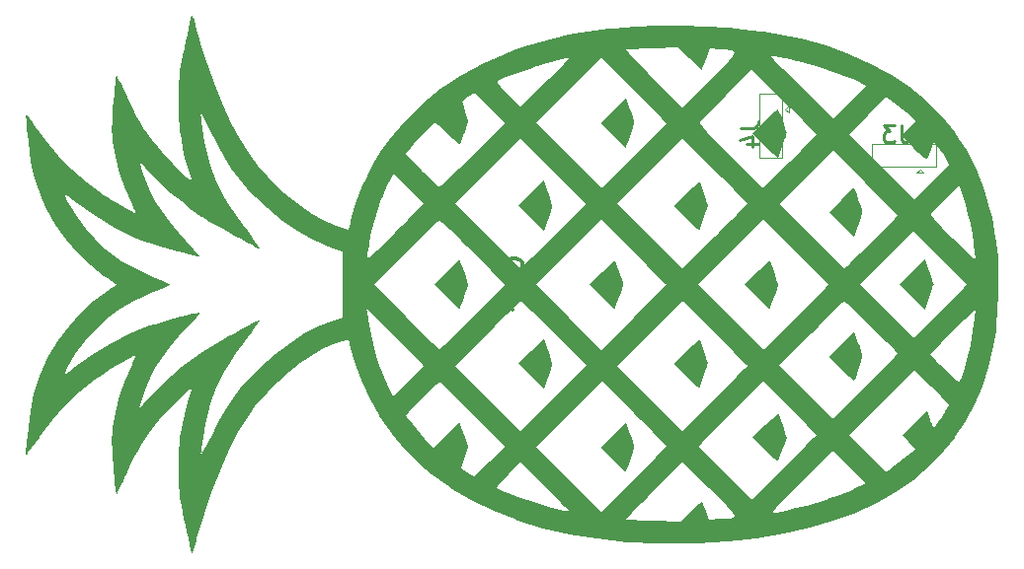
<source format=gbo>
G04 #@! TF.GenerationSoftware,KiCad,Pcbnew,6.0.10-86aedd382b~118~ubuntu22.04.1*
G04 #@! TF.CreationDate,2023-01-30T15:30:24-08:00*
G04 #@! TF.ProjectId,led-panel-single,6c65642d-7061-46e6-956c-2d73696e676c,rev?*
G04 #@! TF.SameCoordinates,Original*
G04 #@! TF.FileFunction,Legend,Bot*
G04 #@! TF.FilePolarity,Positive*
%FSLAX46Y46*%
G04 Gerber Fmt 4.6, Leading zero omitted, Abs format (unit mm)*
G04 Created by KiCad (PCBNEW 6.0.10-86aedd382b~118~ubuntu22.04.1) date 2023-01-30 15:30:24*
%MOMM*%
%LPD*%
G01*
G04 APERTURE LIST*
%ADD10C,0.300000*%
%ADD11C,0.250000*%
%ADD12C,0.120000*%
G04 APERTURE END LIST*
D10*
G04 #@! TO.C,G\u002A\u002A\u002A*
X99238000Y-98657428D02*
X99165428Y-98512285D01*
X99165428Y-98294571D01*
X99238000Y-98076857D01*
X99383142Y-97931714D01*
X99528285Y-97859142D01*
X99818571Y-97786571D01*
X100036285Y-97786571D01*
X100326571Y-97859142D01*
X100471714Y-97931714D01*
X100616857Y-98076857D01*
X100689428Y-98294571D01*
X100689428Y-98439714D01*
X100616857Y-98657428D01*
X100544285Y-98730000D01*
X100036285Y-98730000D01*
X100036285Y-98439714D01*
X99165428Y-99600857D02*
X99528285Y-99600857D01*
X99383142Y-99238000D02*
X99528285Y-99600857D01*
X99383142Y-99963714D01*
X99818571Y-99383142D02*
X99528285Y-99600857D01*
X99818571Y-99818571D01*
X99165428Y-100762000D02*
X99528285Y-100762000D01*
X99383142Y-100399142D02*
X99528285Y-100762000D01*
X99383142Y-101124857D01*
X99818571Y-100544285D02*
X99528285Y-100762000D01*
X99818571Y-100979714D01*
X99165428Y-101923142D02*
X99528285Y-101923142D01*
X99383142Y-101560285D02*
X99528285Y-101923142D01*
X99383142Y-102286000D01*
X99818571Y-101705428D02*
X99528285Y-101923142D01*
X99818571Y-102140857D01*
D11*
G04 #@! TO.C,J3*
X133125000Y-86303571D02*
X133125000Y-87375000D01*
X133196428Y-87589285D01*
X133339285Y-87732142D01*
X133553571Y-87803571D01*
X133696428Y-87803571D01*
X132553571Y-86303571D02*
X131625000Y-86303571D01*
X132125000Y-86875000D01*
X131910714Y-86875000D01*
X131767857Y-86946428D01*
X131696428Y-87017857D01*
X131625000Y-87160714D01*
X131625000Y-87517857D01*
X131696428Y-87660714D01*
X131767857Y-87732142D01*
X131910714Y-87803571D01*
X132339285Y-87803571D01*
X132482142Y-87732142D01*
X132553571Y-87660714D01*
G04 #@! TO.C,J4*
X119383571Y-86585000D02*
X120455000Y-86585000D01*
X120669285Y-86513571D01*
X120812142Y-86370714D01*
X120883571Y-86156428D01*
X120883571Y-86013571D01*
X119883571Y-87942142D02*
X120883571Y-87942142D01*
X119312142Y-87585000D02*
X120383571Y-87227857D01*
X120383571Y-88156428D01*
G04 #@! TO.C,G\u002A\u002A\u002A*
G36*
X122107407Y-78419721D02*
G01*
X122239686Y-78442406D01*
X124541427Y-78913228D01*
X126698972Y-79503328D01*
X128712002Y-80212442D01*
X130580195Y-81040307D01*
X131846013Y-81735540D01*
X132303231Y-81986661D01*
X133880791Y-83051240D01*
X135312552Y-84233781D01*
X136598197Y-85534020D01*
X137737402Y-86951696D01*
X138085148Y-87489495D01*
X138729850Y-88486544D01*
X139510332Y-90011522D01*
X139575218Y-90138302D01*
X140273188Y-91906706D01*
X140823437Y-93791494D01*
X140866196Y-93970814D01*
X141014378Y-94677813D01*
X141154782Y-95492917D01*
X141291702Y-96442785D01*
X141429430Y-97554074D01*
X141430214Y-97560936D01*
X141451954Y-97890697D01*
X141463430Y-98373581D01*
X141465549Y-98975859D01*
X141459220Y-99663807D01*
X141445351Y-100403697D01*
X141424850Y-101161805D01*
X141398625Y-101904404D01*
X141367584Y-102597767D01*
X141332636Y-103208169D01*
X141294688Y-103701884D01*
X141254649Y-104045185D01*
X141027709Y-105306256D01*
X140602183Y-107084028D01*
X140069290Y-108732462D01*
X139421262Y-110271627D01*
X138650329Y-111721593D01*
X137748724Y-113102431D01*
X137711603Y-113153711D01*
X137299944Y-113677889D01*
X136786664Y-114271715D01*
X136212682Y-114892139D01*
X135618922Y-115496112D01*
X135046304Y-116040583D01*
X134535750Y-116482502D01*
X134170286Y-116770590D01*
X132656220Y-117828066D01*
X131012575Y-118769771D01*
X129236333Y-119596617D01*
X127324474Y-120309517D01*
X125273980Y-120909382D01*
X123081830Y-121397124D01*
X120745007Y-121773657D01*
X118260490Y-122039893D01*
X115625261Y-122196743D01*
X115079945Y-122214908D01*
X112307255Y-122228116D01*
X109651655Y-122105011D01*
X107115046Y-121846089D01*
X104699331Y-121451843D01*
X102406414Y-120922769D01*
X100238195Y-120259362D01*
X99969899Y-120154593D01*
X109580667Y-120154593D01*
X109640610Y-120170645D01*
X109867924Y-120195577D01*
X110237925Y-120221521D01*
X110723907Y-120246942D01*
X111299167Y-120270303D01*
X111937000Y-120290069D01*
X114218174Y-120350386D01*
X115102386Y-119469851D01*
X115181671Y-119391306D01*
X115502408Y-119082367D01*
X115769347Y-118838994D01*
X115956560Y-118684159D01*
X116038118Y-118640834D01*
X116050273Y-118659374D01*
X116121594Y-118815892D01*
X116231664Y-119089583D01*
X116362204Y-119435621D01*
X116634770Y-120178889D01*
X117654237Y-120148710D01*
X117763070Y-120145267D01*
X118216278Y-120122763D01*
X118523141Y-120087930D01*
X118718548Y-120035174D01*
X118837387Y-119958895D01*
X118863555Y-119929237D01*
X118883991Y-119874103D01*
X118867290Y-119797569D01*
X118801389Y-119685756D01*
X118713358Y-119574323D01*
X122092437Y-119574323D01*
X122104230Y-119613821D01*
X122159688Y-119622228D01*
X122248519Y-119611251D01*
X122470703Y-119572695D01*
X123233368Y-119418009D01*
X124096187Y-119216041D01*
X125002306Y-118981293D01*
X125894873Y-118728265D01*
X126717037Y-118471461D01*
X127008980Y-118372752D01*
X127624354Y-118152757D01*
X128231153Y-117922011D01*
X128772295Y-117702550D01*
X129190701Y-117516415D01*
X130112143Y-117074445D01*
X128696326Y-115664024D01*
X127280509Y-114253604D01*
X124576366Y-116963329D01*
X124097050Y-117443843D01*
X123515005Y-118028793D01*
X123048671Y-118500698D01*
X122687756Y-118871267D01*
X122421967Y-119152206D01*
X122241013Y-119355223D01*
X122134600Y-119492026D01*
X122092437Y-119574323D01*
X118713358Y-119574323D01*
X118674223Y-119524785D01*
X118473729Y-119300777D01*
X118187842Y-118999855D01*
X117804497Y-118608138D01*
X117311632Y-118111750D01*
X116697181Y-117496811D01*
X114393292Y-115194362D01*
X111949400Y-117636898D01*
X111925567Y-117660724D01*
X111373834Y-118216413D01*
X110870606Y-118730865D01*
X110430130Y-119188938D01*
X110066651Y-119575490D01*
X109794417Y-119875378D01*
X109627673Y-120073460D01*
X109580667Y-120154593D01*
X99969899Y-120154593D01*
X98196579Y-119462116D01*
X96283468Y-118531528D01*
X94500764Y-117468091D01*
X94464348Y-117441706D01*
X98464484Y-117441706D01*
X98494815Y-117500254D01*
X98616189Y-117569762D01*
X98973214Y-117735881D01*
X99465769Y-117934937D01*
X100063399Y-118156494D01*
X100735654Y-118390117D01*
X101452080Y-118625371D01*
X102182225Y-118851821D01*
X102895636Y-119059031D01*
X103561861Y-119236568D01*
X103878723Y-119313728D01*
X104238679Y-119394114D01*
X104499902Y-119443697D01*
X104620782Y-119453937D01*
X104613673Y-119432096D01*
X104505847Y-119298133D01*
X104287342Y-119056444D01*
X103973331Y-118723035D01*
X103578988Y-118313915D01*
X103119484Y-117845090D01*
X102609992Y-117332568D01*
X100515104Y-115239232D01*
X99434404Y-116324127D01*
X99217609Y-116542909D01*
X98869640Y-116902999D01*
X98637636Y-117160929D01*
X98507338Y-117334547D01*
X98464484Y-117441706D01*
X94464348Y-117441706D01*
X92850370Y-116272300D01*
X92803053Y-116234260D01*
X92358164Y-115852710D01*
X91842343Y-115376693D01*
X91291313Y-114842252D01*
X90740799Y-114285430D01*
X90226524Y-113742271D01*
X89784211Y-113248817D01*
X89449585Y-112841111D01*
X89274707Y-112607365D01*
X88396369Y-111296321D01*
X88355975Y-111224303D01*
X90686667Y-111224303D01*
X90689895Y-111242873D01*
X90776642Y-111401375D01*
X90965441Y-111664173D01*
X91234513Y-112004407D01*
X91562083Y-112395218D01*
X91926373Y-112809745D01*
X92305607Y-113221129D01*
X93070524Y-114029211D01*
X94171678Y-112930926D01*
X95272832Y-111832640D01*
X95426659Y-112242802D01*
X95528000Y-112522041D01*
X95665010Y-112913583D01*
X95800215Y-113311482D01*
X96019942Y-113970000D01*
X95404688Y-115798898D01*
X95935512Y-116130931D01*
X96205605Y-116295626D01*
X96417629Y-116416712D01*
X96517576Y-116462963D01*
X96520244Y-116462133D01*
X96612895Y-116384971D01*
X96814390Y-116196679D01*
X97103613Y-115917608D01*
X97459444Y-115568110D01*
X97860766Y-115168537D01*
X99103566Y-113923353D01*
X101835230Y-113923353D01*
X104633341Y-116721464D01*
X107431451Y-119519575D01*
X110206837Y-116745385D01*
X110502532Y-116449277D01*
X111077182Y-115870589D01*
X111601481Y-115338354D01*
X112061558Y-114866914D01*
X112443542Y-114470609D01*
X112733561Y-114163782D01*
X112917745Y-113960774D01*
X112981217Y-113877249D01*
X115804445Y-113877249D01*
X115841198Y-113930905D01*
X115995929Y-114106475D01*
X116257374Y-114386324D01*
X116610134Y-114754419D01*
X117038807Y-115194727D01*
X117527993Y-115691214D01*
X118062291Y-116227846D01*
X120320137Y-118484223D01*
X123095254Y-115710302D01*
X123394628Y-115410775D01*
X123968461Y-114835004D01*
X124491963Y-114307580D01*
X124951302Y-113842569D01*
X125332645Y-113454041D01*
X125622159Y-113156062D01*
X125806012Y-112962701D01*
X125870370Y-112888026D01*
X125869782Y-112887307D01*
X128646792Y-112887307D01*
X130242034Y-114484623D01*
X131837277Y-116081939D01*
X132075861Y-115931587D01*
X132260665Y-115805720D01*
X132576208Y-115574969D01*
X132953782Y-115288607D01*
X133348296Y-114981374D01*
X133714658Y-114688006D01*
X134007778Y-114443242D01*
X134384074Y-114117726D01*
X133796608Y-113524426D01*
X133209142Y-112931125D01*
X134277008Y-111866288D01*
X135344875Y-110801451D01*
X135609831Y-111562577D01*
X135660343Y-111704863D01*
X135780611Y-112020714D01*
X135875899Y-112239366D01*
X135929060Y-112320134D01*
X135981050Y-112280560D01*
X136125292Y-112102458D01*
X136336101Y-111803257D01*
X136596559Y-111407285D01*
X136889743Y-110938870D01*
X136918326Y-110892100D01*
X137088180Y-110610916D01*
X137207980Y-110407042D01*
X137253333Y-110321870D01*
X137235672Y-110300726D01*
X137110075Y-110169074D01*
X136879692Y-109933675D01*
X136563309Y-109613578D01*
X136179714Y-109227829D01*
X135747695Y-108795474D01*
X134242057Y-107292042D01*
X128646792Y-112887307D01*
X125869782Y-112887307D01*
X125829377Y-112837938D01*
X125669935Y-112667955D01*
X125404518Y-112393273D01*
X125048392Y-112029470D01*
X124616823Y-111592129D01*
X124125077Y-111096828D01*
X123588422Y-110559149D01*
X121306474Y-108278626D01*
X118555459Y-111030827D01*
X118279717Y-111307162D01*
X117706552Y-111884719D01*
X117183366Y-112416152D01*
X116724083Y-112887055D01*
X116342626Y-113283023D01*
X116052919Y-113589649D01*
X115868884Y-113792526D01*
X115804445Y-113877249D01*
X112981217Y-113877249D01*
X112982222Y-113875926D01*
X112968405Y-113852567D01*
X112847345Y-113711710D01*
X112613020Y-113459367D01*
X112279360Y-113109945D01*
X111860294Y-112677849D01*
X111369754Y-112177487D01*
X110821668Y-111623265D01*
X110229968Y-111029587D01*
X107477713Y-108278519D01*
X104656472Y-111100936D01*
X101835230Y-113923353D01*
X99103566Y-113923353D01*
X99152714Y-113874111D01*
X96400769Y-111123352D01*
X96124506Y-110847671D01*
X95547078Y-110274552D01*
X95015846Y-109751408D01*
X94545205Y-109292161D01*
X94149552Y-108910733D01*
X93843283Y-108621048D01*
X93640792Y-108437027D01*
X93556477Y-108372593D01*
X93555756Y-108372627D01*
X93461276Y-108439051D01*
X93260904Y-108616204D01*
X92978847Y-108880031D01*
X92639313Y-109206476D01*
X92266510Y-109571486D01*
X91884646Y-109951004D01*
X91517927Y-110320976D01*
X91190562Y-110657347D01*
X90926759Y-110936062D01*
X90750724Y-111133065D01*
X90686667Y-111224303D01*
X88355975Y-111224303D01*
X87600998Y-109878279D01*
X86910622Y-108399564D01*
X86347268Y-106906503D01*
X85932966Y-105445422D01*
X85766375Y-104728992D01*
X85239669Y-104865330D01*
X85184579Y-104879941D01*
X84383547Y-105160138D01*
X83505474Y-105580119D01*
X82574653Y-106123492D01*
X81615378Y-106773871D01*
X80651940Y-107514865D01*
X79708634Y-108330087D01*
X78809753Y-109203147D01*
X78778179Y-109235861D01*
X77916903Y-110228465D01*
X77090469Y-111379869D01*
X76296953Y-112694092D01*
X75534432Y-114175151D01*
X74800981Y-115827067D01*
X74094676Y-117653857D01*
X73413594Y-119659540D01*
X72755811Y-121848134D01*
X72702949Y-122032900D01*
X72573833Y-122469545D01*
X72463814Y-122821328D01*
X72383181Y-123056071D01*
X72342222Y-123141599D01*
X72334194Y-123131477D01*
X72287978Y-122988835D01*
X72213280Y-122700230D01*
X72116358Y-122294530D01*
X72003470Y-121800599D01*
X71880875Y-121247304D01*
X71754832Y-120663512D01*
X71631599Y-120078089D01*
X71517435Y-119519901D01*
X71418598Y-119017813D01*
X71341347Y-118600694D01*
X71291940Y-118297407D01*
X71245618Y-117837465D01*
X71212327Y-117230405D01*
X71192695Y-116526939D01*
X71186671Y-115772977D01*
X71194205Y-115014430D01*
X71215246Y-114297206D01*
X71249742Y-113667216D01*
X71297642Y-113170370D01*
X71305887Y-113108742D01*
X71421507Y-112374622D01*
X71572548Y-111587101D01*
X71745743Y-110806358D01*
X71927825Y-110092574D01*
X72105525Y-109505927D01*
X72333182Y-108836589D01*
X72078998Y-109018617D01*
X71940666Y-109128778D01*
X71640171Y-109402390D01*
X71262674Y-109772908D01*
X70835179Y-110211523D01*
X70384687Y-110689428D01*
X69938203Y-111177814D01*
X69522730Y-111647873D01*
X69165271Y-112070797D01*
X68892828Y-112417778D01*
X68636437Y-112769774D01*
X68286589Y-113272985D01*
X67977092Y-113756142D01*
X67685772Y-114258143D01*
X67390457Y-114817887D01*
X67068975Y-115474270D01*
X66699153Y-116266191D01*
X66655099Y-116361767D01*
X66416897Y-116871387D01*
X66205250Y-117312589D01*
X66032901Y-117659619D01*
X65912593Y-117886724D01*
X65857068Y-117968148D01*
X65844370Y-117946069D01*
X65810761Y-117776515D01*
X65769009Y-117465738D01*
X65721877Y-117044929D01*
X65672129Y-116545276D01*
X65622528Y-115997970D01*
X65575838Y-115434200D01*
X65534822Y-114885156D01*
X65502242Y-114382027D01*
X65480864Y-113956003D01*
X65473449Y-113638273D01*
X65548613Y-112338596D01*
X65766958Y-110953749D01*
X66117219Y-109550199D01*
X66588153Y-108172869D01*
X67168516Y-106866677D01*
X67251674Y-106697513D01*
X67387739Y-106398542D01*
X67466447Y-106191934D01*
X67472774Y-106114815D01*
X67459621Y-106116867D01*
X67308109Y-106180842D01*
X67035100Y-106320828D01*
X66672905Y-106518374D01*
X66253834Y-106755031D01*
X65810198Y-107012349D01*
X65374309Y-107271878D01*
X64978477Y-107515169D01*
X64655013Y-107723772D01*
X64024462Y-108161890D01*
X62700718Y-109204358D01*
X61485961Y-110347954D01*
X60351318Y-111621240D01*
X59267914Y-113052778D01*
X59211760Y-113132609D01*
X58884513Y-113592053D01*
X58594339Y-113989969D01*
X58358721Y-114303049D01*
X58195146Y-114507989D01*
X58121095Y-114581482D01*
X58082162Y-114508970D01*
X58090189Y-114322778D01*
X58106450Y-114198135D01*
X58139060Y-113899877D01*
X58181571Y-113479375D01*
X58230312Y-112973164D01*
X58281612Y-112417778D01*
X58379461Y-111490003D01*
X58547212Y-110373017D01*
X58768257Y-109359704D01*
X59055180Y-108403166D01*
X59280181Y-107820226D01*
X61327108Y-107820226D01*
X62295591Y-107072973D01*
X62665529Y-106794029D01*
X63992072Y-105884262D01*
X65402062Y-105042887D01*
X66838183Y-104302452D01*
X68243121Y-103695504D01*
X68352301Y-103655383D01*
X68687660Y-103544228D01*
X69125315Y-103409923D01*
X69636983Y-103260079D01*
X70194380Y-103102307D01*
X70769223Y-102944217D01*
X71333227Y-102793422D01*
X71858108Y-102657532D01*
X72315585Y-102544158D01*
X72677371Y-102460911D01*
X72915184Y-102415402D01*
X73000741Y-102415242D01*
X73000458Y-102418551D01*
X72984420Y-102451614D01*
X72934218Y-102518856D01*
X72836600Y-102635235D01*
X72678314Y-102815707D01*
X72446108Y-103075231D01*
X72126728Y-103428765D01*
X71706924Y-103891266D01*
X71173442Y-104477693D01*
X71164300Y-104487744D01*
X70419390Y-105365905D01*
X69742836Y-106278615D01*
X69165292Y-107181534D01*
X68717413Y-108030319D01*
X68702204Y-108063463D01*
X68537906Y-108445100D01*
X68365492Y-108880948D01*
X68198188Y-109332947D01*
X68049224Y-109763042D01*
X67931826Y-110133173D01*
X67859224Y-110405285D01*
X67844644Y-110541319D01*
X67853320Y-110547636D01*
X67948599Y-110484702D01*
X68122064Y-110310838D01*
X68344074Y-110054911D01*
X68366532Y-110027714D01*
X68988045Y-109332507D01*
X69735197Y-108586591D01*
X70568423Y-107824779D01*
X71448158Y-107081883D01*
X72334835Y-106392715D01*
X73188889Y-105792089D01*
X73208695Y-105779076D01*
X73496239Y-105599217D01*
X73887230Y-105366252D01*
X74357436Y-105093539D01*
X74882628Y-104794434D01*
X75438573Y-104482292D01*
X76001043Y-104170470D01*
X76545805Y-103872325D01*
X77048629Y-103601211D01*
X77485285Y-103370487D01*
X77831542Y-103193507D01*
X78063169Y-103083628D01*
X78155935Y-103054206D01*
X78113683Y-103131054D01*
X77973950Y-103340066D01*
X77750610Y-103660958D01*
X77457811Y-104073622D01*
X77109707Y-104557952D01*
X76720447Y-105093841D01*
X76121351Y-105930411D01*
X75574738Y-106737491D01*
X75121842Y-107466602D01*
X74745277Y-108149444D01*
X74427658Y-108817717D01*
X74151602Y-109503121D01*
X73899724Y-110237357D01*
X73698219Y-110937718D01*
X73459640Y-111976804D01*
X73270080Y-113061521D01*
X73145268Y-114111111D01*
X73084059Y-114816667D01*
X73825499Y-113311482D01*
X73941997Y-113076495D01*
X74579993Y-111850079D01*
X75200864Y-110771610D01*
X75826707Y-109811196D01*
X76479616Y-108938943D01*
X77181688Y-108124958D01*
X77955018Y-107339349D01*
X78821702Y-106552222D01*
X79497094Y-105984539D01*
X80762242Y-105021248D01*
X81975702Y-104232852D01*
X83135312Y-103620696D01*
X84238908Y-103186124D01*
X85225170Y-102869259D01*
X85225170Y-102022593D01*
X87283367Y-102022593D01*
X87344372Y-102445926D01*
X87515728Y-103533212D01*
X87744457Y-104704342D01*
X88009496Y-105766614D01*
X88323179Y-106763052D01*
X88697837Y-107736680D01*
X89145804Y-108730521D01*
X89574389Y-109623493D01*
X90883120Y-108317266D01*
X90941832Y-108258618D01*
X91337885Y-107860305D01*
X91681146Y-107510541D01*
X91951383Y-107230279D01*
X92128363Y-107040469D01*
X92191852Y-106962063D01*
X92191816Y-106961882D01*
X94873759Y-106961882D01*
X100470374Y-112558497D01*
X106067389Y-106961482D01*
X108796321Y-106961482D01*
X111594627Y-109759787D01*
X114392933Y-112558093D01*
X114393292Y-112557734D01*
X117168318Y-109783904D01*
X117467934Y-109484136D01*
X118041778Y-108908359D01*
X118565288Y-108380936D01*
X119024632Y-107915936D01*
X119405978Y-107527423D01*
X119695493Y-107229466D01*
X119879346Y-107036130D01*
X119943704Y-106961482D01*
X119927523Y-106940101D01*
X119904959Y-106915753D01*
X122671720Y-106915753D01*
X124976662Y-109219254D01*
X127280509Y-111521662D01*
X127281604Y-111522756D01*
X130056728Y-108748828D01*
X130356107Y-108449296D01*
X130929940Y-107873524D01*
X131453443Y-107346097D01*
X131912783Y-106881085D01*
X132294126Y-106492554D01*
X132583641Y-106194572D01*
X132767494Y-106001208D01*
X132790769Y-105974201D01*
X135654074Y-105974201D01*
X135710176Y-106059065D01*
X135880542Y-106256022D01*
X136144271Y-106540510D01*
X136480196Y-106889727D01*
X136867148Y-107280873D01*
X136933124Y-107346819D01*
X137362555Y-107778593D01*
X137678927Y-108084383D01*
X137906304Y-108263657D01*
X138068753Y-108315885D01*
X138190338Y-108240535D01*
X138295125Y-108037076D01*
X138407179Y-107704976D01*
X138550567Y-107243704D01*
X138691524Y-106777927D01*
X139078882Y-105186834D01*
X139366065Y-103448688D01*
X139419936Y-103026309D01*
X139467265Y-102631343D01*
X139499319Y-102335830D01*
X139511111Y-102183265D01*
X139510332Y-102179146D01*
X139433548Y-102213473D01*
X139240777Y-102368870D01*
X138945658Y-102632834D01*
X138561828Y-102992864D01*
X138102927Y-103436457D01*
X137582593Y-103951111D01*
X137462383Y-104071400D01*
X136979384Y-104558634D01*
X136546778Y-105001172D01*
X136181254Y-105381506D01*
X135899503Y-105682127D01*
X135718213Y-105885528D01*
X135654074Y-105974201D01*
X132790769Y-105974201D01*
X132831852Y-105926530D01*
X132831325Y-105924278D01*
X132755875Y-105831597D01*
X132565950Y-105628450D01*
X132280534Y-105333621D01*
X131918612Y-104965891D01*
X131499166Y-104544041D01*
X131041180Y-104086856D01*
X130563639Y-103613116D01*
X130085527Y-103141603D01*
X129625826Y-102691101D01*
X129203522Y-102280390D01*
X128837597Y-101928254D01*
X128547036Y-101653474D01*
X128350823Y-101474832D01*
X128267941Y-101411111D01*
X128244692Y-101424945D01*
X128104082Y-101546033D01*
X127851972Y-101780378D01*
X127502760Y-102114049D01*
X127070844Y-102533119D01*
X126570622Y-103023659D01*
X126016493Y-103571739D01*
X125422855Y-104163432D01*
X122671720Y-106915753D01*
X119904959Y-106915753D01*
X119802053Y-106804712D01*
X119563961Y-106557625D01*
X119227082Y-106212908D01*
X118805245Y-105784626D01*
X118312285Y-105286846D01*
X117762032Y-104733635D01*
X117168318Y-104139059D01*
X114392933Y-101364870D01*
X108796321Y-106961482D01*
X106067389Y-106961482D01*
X106115219Y-106913652D01*
X103362762Y-104162382D01*
X103086196Y-103886408D01*
X102508633Y-103313232D01*
X101977204Y-102790039D01*
X101506313Y-102330752D01*
X101110364Y-101949293D01*
X100803763Y-101659585D01*
X100600914Y-101475550D01*
X100516221Y-101411111D01*
X100490433Y-101426879D01*
X100346137Y-101551750D01*
X100090692Y-101789524D01*
X99738433Y-102126332D01*
X99303695Y-102548303D01*
X98800812Y-103041568D01*
X98244118Y-103592256D01*
X97647948Y-104186497D01*
X94873759Y-106961882D01*
X92191816Y-106961882D01*
X92191728Y-106961445D01*
X92121960Y-106880837D01*
X91934000Y-106683369D01*
X91642599Y-106384033D01*
X91262508Y-105997821D01*
X90808479Y-105539723D01*
X90295262Y-105024733D01*
X89737609Y-104467840D01*
X87283367Y-102022593D01*
X85225170Y-102022593D01*
X85225170Y-100000000D01*
X87912677Y-100000000D01*
X90686667Y-102775185D01*
X90982603Y-103070708D01*
X91561279Y-103645348D01*
X92093506Y-104169639D01*
X92564941Y-104629711D01*
X92961243Y-105011692D01*
X93268069Y-105301710D01*
X93471077Y-105485893D01*
X93555926Y-105550370D01*
X93556477Y-105550044D01*
X93579285Y-105536553D01*
X93720142Y-105415493D01*
X93972485Y-105181168D01*
X94321907Y-104847508D01*
X94754003Y-104428442D01*
X95254365Y-103937902D01*
X95808587Y-103389816D01*
X96402265Y-102798116D01*
X96682009Y-102518008D01*
X97254366Y-101943324D01*
X97776758Y-101416695D01*
X98235303Y-100952248D01*
X98616116Y-100564109D01*
X98905314Y-100266406D01*
X99089015Y-100073265D01*
X99152308Y-100000000D01*
X101834840Y-100000000D01*
X104633146Y-102798306D01*
X107431451Y-105596612D01*
X107477713Y-105550370D01*
X110206837Y-102822422D01*
X110506452Y-102522655D01*
X111080297Y-101946877D01*
X111603807Y-101419455D01*
X112063151Y-100954454D01*
X112444497Y-100565942D01*
X112734012Y-100267985D01*
X112917864Y-100074648D01*
X112982222Y-100000000D01*
X115757803Y-100000000D01*
X118556109Y-102798306D01*
X121306474Y-105548672D01*
X121354414Y-105596612D01*
X124129800Y-102822422D01*
X124429415Y-102522655D01*
X125003260Y-101946877D01*
X125526770Y-101419455D01*
X125986114Y-100954454D01*
X126367459Y-100565942D01*
X126656975Y-100267985D01*
X126840827Y-100074648D01*
X126905185Y-100000000D01*
X129587736Y-100000000D01*
X134194500Y-104609644D01*
X134242057Y-104562117D01*
X136476509Y-102329061D01*
X136906961Y-101898007D01*
X137409105Y-101392789D01*
X137854184Y-100942350D01*
X138226931Y-100562271D01*
X138512080Y-100268132D01*
X138694365Y-100075514D01*
X138758519Y-100000000D01*
X138717518Y-99949881D01*
X138558067Y-99779862D01*
X138292641Y-99505147D01*
X137936505Y-99141316D01*
X137504928Y-98703950D01*
X137013174Y-98208631D01*
X136476509Y-97670940D01*
X134194500Y-95390356D01*
X129587736Y-100000000D01*
X126905185Y-100000000D01*
X126889005Y-99978619D01*
X126763534Y-99843230D01*
X126525443Y-99596144D01*
X126188563Y-99251426D01*
X125766727Y-98823144D01*
X125273766Y-98325365D01*
X124723513Y-97772154D01*
X124129800Y-97177578D01*
X121354414Y-94403388D01*
X118556109Y-97201694D01*
X115757803Y-100000000D01*
X112982222Y-100000000D01*
X112966042Y-99978619D01*
X112840571Y-99843230D01*
X112602480Y-99596144D01*
X112265600Y-99251426D01*
X111843764Y-98823144D01*
X111350803Y-98325365D01*
X110800550Y-97772154D01*
X110206837Y-97177578D01*
X107431451Y-94403388D01*
X104633146Y-97201694D01*
X101834840Y-100000000D01*
X99152308Y-100000000D01*
X99153333Y-99998814D01*
X99124975Y-99959627D01*
X98981094Y-99802038D01*
X98730763Y-99541184D01*
X98391047Y-99193979D01*
X97979014Y-98777340D01*
X97511729Y-98308183D01*
X97006261Y-97803424D01*
X96479675Y-97279979D01*
X95949037Y-96754763D01*
X95431415Y-96244693D01*
X94943875Y-95766685D01*
X94503484Y-95337654D01*
X94127309Y-94974517D01*
X93832415Y-94694190D01*
X93635870Y-94513589D01*
X93554740Y-94449630D01*
X93528974Y-94465381D01*
X93384709Y-94590218D01*
X93129293Y-94827963D01*
X92777061Y-95164744D01*
X92342347Y-95586690D01*
X91839487Y-96079931D01*
X91282815Y-96630596D01*
X90686667Y-97224815D01*
X87912677Y-100000000D01*
X85225170Y-100000000D01*
X85225170Y-97703605D01*
X87332374Y-97703605D01*
X87344758Y-97754512D01*
X87392627Y-97757300D01*
X87488109Y-97701286D01*
X87643331Y-97575789D01*
X87870419Y-97370125D01*
X88181501Y-97073613D01*
X88588703Y-96675569D01*
X89104153Y-96165313D01*
X89739977Y-95532160D01*
X89763772Y-95508428D01*
X90319469Y-94952842D01*
X90830136Y-94439803D01*
X91281026Y-93984312D01*
X91657391Y-93601372D01*
X91944482Y-93305987D01*
X92127551Y-93113158D01*
X92191657Y-93038118D01*
X94873759Y-93038118D01*
X97647948Y-95813504D01*
X97944057Y-96109199D01*
X98522745Y-96683849D01*
X99054980Y-97208147D01*
X99526420Y-97668225D01*
X99922724Y-98050208D01*
X100229551Y-98340228D01*
X100432559Y-98524412D01*
X100516221Y-98587988D01*
X100517407Y-98588889D01*
X100540767Y-98575071D01*
X100681624Y-98454012D01*
X100933967Y-98219687D01*
X101283389Y-97886026D01*
X101715484Y-97466961D01*
X102215846Y-96976420D01*
X102770069Y-96428335D01*
X103363746Y-95836634D01*
X106114815Y-93084380D01*
X106068935Y-93038519D01*
X108796321Y-93038519D01*
X111594627Y-95836824D01*
X114392933Y-98635130D01*
X117168318Y-95860941D01*
X117467934Y-95561173D01*
X118041778Y-94985396D01*
X118565288Y-94457973D01*
X119024632Y-93992973D01*
X119405978Y-93604461D01*
X119695493Y-93306503D01*
X119879346Y-93113167D01*
X119904279Y-93084247D01*
X122671720Y-93084247D01*
X125422855Y-95836568D01*
X125699083Y-96112437D01*
X126276471Y-96685875D01*
X126807803Y-97209310D01*
X127278674Y-97668811D01*
X127674675Y-98050450D01*
X127981400Y-98340296D01*
X128184443Y-98524419D01*
X128267941Y-98587785D01*
X128269396Y-98588889D01*
X128319319Y-98555397D01*
X128491305Y-98404685D01*
X128767940Y-98146849D01*
X129133092Y-97797372D01*
X129570629Y-97371735D01*
X130064419Y-96885421D01*
X130598328Y-96353909D01*
X130987269Y-95963997D01*
X131486660Y-95461106D01*
X131929820Y-95012240D01*
X132301335Y-94633148D01*
X132585790Y-94339580D01*
X132767767Y-94147286D01*
X132831852Y-94072015D01*
X132815682Y-94050789D01*
X132792477Y-94025800D01*
X135654074Y-94025800D01*
X135657807Y-94035531D01*
X135751261Y-94153018D01*
X135957906Y-94381079D01*
X136261051Y-94702204D01*
X136644006Y-95098886D01*
X137090084Y-95553617D01*
X137582593Y-96048889D01*
X137802040Y-96267969D01*
X138314760Y-96777434D01*
X138714198Y-97168811D01*
X139013999Y-97453832D01*
X139227810Y-97644234D01*
X139369274Y-97751750D01*
X139452040Y-97788114D01*
X139489752Y-97765061D01*
X139496056Y-97694325D01*
X139461259Y-97251648D01*
X139366884Y-96496728D01*
X139229917Y-95663346D01*
X139059917Y-94795842D01*
X138866441Y-93938553D01*
X138659048Y-93135817D01*
X138447297Y-92431973D01*
X138240745Y-91871360D01*
X138085148Y-91503830D01*
X136869611Y-92716669D01*
X136503447Y-93086511D01*
X136163565Y-93439178D01*
X135894612Y-93728464D01*
X135717733Y-93931596D01*
X135654074Y-94025800D01*
X132792477Y-94025800D01*
X132690237Y-93915698D01*
X132452175Y-93668889D01*
X132115329Y-93324423D01*
X131693529Y-92896358D01*
X131200608Y-92398756D01*
X130650397Y-91845674D01*
X130056728Y-91251172D01*
X127281604Y-88477244D01*
X124976662Y-90780746D01*
X122671720Y-93084247D01*
X119904279Y-93084247D01*
X119943704Y-93038519D01*
X119927523Y-93017138D01*
X119802053Y-92881749D01*
X119563961Y-92634662D01*
X119227082Y-92289945D01*
X118805245Y-91861663D01*
X118312285Y-91363883D01*
X117762032Y-90810672D01*
X117168318Y-90216096D01*
X114392933Y-87441907D01*
X108796321Y-93038519D01*
X106068935Y-93038519D01*
X103292397Y-90263138D01*
X100469980Y-87441897D01*
X94873759Y-93038118D01*
X92191657Y-93038118D01*
X92191852Y-93037890D01*
X92176824Y-93012488D01*
X92057128Y-92875415D01*
X91839101Y-92645662D01*
X91548292Y-92348456D01*
X91210245Y-92009025D01*
X90850505Y-91652599D01*
X90494620Y-91304406D01*
X90168133Y-90989672D01*
X89896592Y-90733628D01*
X89705541Y-90561501D01*
X89620527Y-90498519D01*
X89564398Y-90553957D01*
X89444016Y-90754646D01*
X89280738Y-91071190D01*
X89089506Y-91471262D01*
X88885264Y-91922536D01*
X88682955Y-92392684D01*
X88497521Y-92849379D01*
X88343906Y-93260294D01*
X88096766Y-94024005D01*
X87848256Y-94921540D01*
X87640274Y-95811667D01*
X87493377Y-96613333D01*
X87491690Y-96624588D01*
X87432124Y-97021550D01*
X87376929Y-97388796D01*
X87337854Y-97648148D01*
X87332374Y-97703605D01*
X85225170Y-97703605D01*
X85225170Y-97130741D01*
X84238908Y-96813876D01*
X83674004Y-96610874D01*
X82541104Y-96084087D01*
X81353311Y-95380412D01*
X80112790Y-94501194D01*
X78821702Y-93447778D01*
X78660360Y-93306881D01*
X77811827Y-92522202D01*
X77052733Y-91733744D01*
X76360982Y-90911615D01*
X75714479Y-90025920D01*
X75091128Y-89046768D01*
X74468834Y-87944265D01*
X73825499Y-86688519D01*
X73084059Y-85183333D01*
X73145268Y-85888889D01*
X73232122Y-86669108D01*
X73406939Y-87752607D01*
X73634716Y-88810704D01*
X73899724Y-89762643D01*
X74130243Y-90438856D01*
X74403659Y-91127075D01*
X74717209Y-91795560D01*
X75088278Y-92476011D01*
X75534251Y-93200127D01*
X76072513Y-93999610D01*
X76720447Y-94906159D01*
X77099423Y-95427819D01*
X77448857Y-95913846D01*
X77743376Y-96328764D01*
X77968829Y-96652466D01*
X78111066Y-96864845D01*
X78155935Y-96945794D01*
X78153928Y-96946783D01*
X78047790Y-96909641D01*
X77804953Y-96793234D01*
X77449647Y-96610917D01*
X77006104Y-96376047D01*
X76498554Y-96101980D01*
X75951228Y-95802072D01*
X75388356Y-95489679D01*
X74834170Y-95178157D01*
X74312899Y-94880864D01*
X73848775Y-94611154D01*
X73466028Y-94382384D01*
X73188889Y-94207911D01*
X73154667Y-94185237D01*
X72298475Y-93580251D01*
X71411300Y-92888166D01*
X70532707Y-92143795D01*
X69702261Y-91381950D01*
X68959528Y-90637444D01*
X68344074Y-89945089D01*
X68278039Y-89866010D01*
X68066761Y-89630379D01*
X67912416Y-89484980D01*
X67844644Y-89458681D01*
X67843135Y-89464952D01*
X67864003Y-89616045D01*
X67941593Y-89899475D01*
X68062679Y-90277186D01*
X68214032Y-90711119D01*
X68382424Y-91163218D01*
X68554627Y-91595424D01*
X68717413Y-91969681D01*
X68721856Y-91979279D01*
X69171457Y-92828968D01*
X69750357Y-93732264D01*
X70427904Y-94644824D01*
X71173442Y-95522307D01*
X71273068Y-95631765D01*
X71786219Y-96195991D01*
X72187954Y-96638844D01*
X72491523Y-96975282D01*
X72710181Y-97220261D01*
X72857180Y-97388741D01*
X72945771Y-97495678D01*
X72989207Y-97556031D01*
X73000741Y-97584758D01*
X72983191Y-97590777D01*
X72826210Y-97569444D01*
X72529592Y-97506158D01*
X72121619Y-97408529D01*
X71630575Y-97284169D01*
X71084744Y-97140689D01*
X70512410Y-96985699D01*
X69941857Y-96826810D01*
X69401367Y-96671635D01*
X68919226Y-96527783D01*
X68523715Y-96402867D01*
X68243121Y-96304496D01*
X67413267Y-95962587D01*
X65727304Y-95139456D01*
X64059684Y-94155679D01*
X62440717Y-93028370D01*
X61335138Y-92195719D01*
X61656829Y-92834512D01*
X61932725Y-93345451D01*
X62551376Y-94319980D01*
X63261196Y-95261032D01*
X64009974Y-96096236D01*
X64249387Y-96334292D01*
X64928418Y-96962747D01*
X65604622Y-97508651D01*
X66315387Y-97996259D01*
X67098105Y-98449823D01*
X67990165Y-98893596D01*
X69028956Y-99351832D01*
X69372047Y-99497681D01*
X69803446Y-99685526D01*
X70147143Y-99840553D01*
X70374420Y-99949724D01*
X70456561Y-100000000D01*
X70414615Y-100028967D01*
X70226664Y-100122323D01*
X69913925Y-100265334D01*
X69505116Y-100444962D01*
X69028956Y-100648168D01*
X68291881Y-100968879D01*
X67406493Y-101392673D01*
X66632499Y-101817421D01*
X65927890Y-102266646D01*
X65250659Y-102763871D01*
X65017802Y-102951148D01*
X64041411Y-103856528D01*
X63130191Y-104892588D01*
X62321530Y-106013507D01*
X61652814Y-107173461D01*
X61327108Y-107820226D01*
X59280181Y-107820226D01*
X59420568Y-107456505D01*
X59877006Y-106472822D01*
X60039400Y-106156029D01*
X60831130Y-104824825D01*
X61753310Y-103571377D01*
X62782573Y-102422366D01*
X63895555Y-101404472D01*
X65068891Y-100544374D01*
X65277218Y-100408057D01*
X65566454Y-100211791D01*
X65765082Y-100067711D01*
X65838893Y-100000000D01*
X65810079Y-99968663D01*
X65655367Y-99851068D01*
X65396902Y-99671995D01*
X65068891Y-99455626D01*
X64792805Y-99271733D01*
X63631377Y-98372688D01*
X62535718Y-97322030D01*
X61529193Y-96146439D01*
X60635167Y-94872595D01*
X59877006Y-93527178D01*
X59527699Y-92788704D01*
X59140311Y-91837063D01*
X58834595Y-90887493D01*
X58597963Y-89893094D01*
X58417830Y-88806970D01*
X58281612Y-87582222D01*
X58241297Y-87143833D01*
X58191693Y-86623912D01*
X58147526Y-86181813D01*
X58112467Y-85854072D01*
X58090189Y-85677222D01*
X58081322Y-85498062D01*
X58121095Y-85418519D01*
X58126386Y-85420594D01*
X58216360Y-85517302D01*
X58392983Y-85741626D01*
X58638773Y-86070258D01*
X58936244Y-86479892D01*
X59267914Y-86947222D01*
X59744715Y-87604515D01*
X60847317Y-88962227D01*
X62013985Y-90174375D01*
X63273592Y-91269521D01*
X64655013Y-92276228D01*
X64714057Y-92315401D01*
X65055046Y-92532647D01*
X65461758Y-92780785D01*
X65901880Y-93041367D01*
X66343103Y-93295942D01*
X66753114Y-93526061D01*
X67099604Y-93713275D01*
X67350261Y-93839133D01*
X67472774Y-93885185D01*
X67479660Y-93865868D01*
X67435948Y-93720587D01*
X67327225Y-93464031D01*
X67168516Y-93133323D01*
X66597082Y-91849918D01*
X66124206Y-90473417D01*
X65771812Y-89069937D01*
X65551145Y-87684401D01*
X65473449Y-86361727D01*
X65475176Y-86220989D01*
X65489803Y-85846112D01*
X65517034Y-85378277D01*
X65554107Y-84848673D01*
X65598259Y-84288491D01*
X65646725Y-83728919D01*
X65696744Y-83201147D01*
X65745551Y-82736365D01*
X65790383Y-82365762D01*
X65828476Y-82120528D01*
X65857068Y-82031852D01*
X65861625Y-82034524D01*
X65929569Y-82143665D01*
X66060037Y-82393918D01*
X66240285Y-82759529D01*
X66457571Y-83214744D01*
X66699153Y-83733809D01*
X66943482Y-84260237D01*
X67279698Y-84960603D01*
X67581820Y-85550424D01*
X67872022Y-86068599D01*
X68172475Y-86554025D01*
X68505353Y-87045600D01*
X68892828Y-87582222D01*
X69054241Y-87791843D01*
X69383710Y-88190308D01*
X69781078Y-88646454D01*
X70219343Y-89131474D01*
X70671500Y-89616558D01*
X71110548Y-90072900D01*
X71509482Y-90471690D01*
X71841300Y-90784120D01*
X72078998Y-90981383D01*
X72333182Y-91163411D01*
X72105525Y-90494073D01*
X72089998Y-90447871D01*
X71911356Y-89847265D01*
X71729533Y-89124958D01*
X71557794Y-88341130D01*
X71409408Y-87555961D01*
X71297642Y-86829630D01*
X71250264Y-86340000D01*
X71215598Y-85711409D01*
X71194387Y-84995002D01*
X71186682Y-84236691D01*
X71192534Y-83482385D01*
X71211993Y-82777993D01*
X71245112Y-82169426D01*
X71291940Y-81702593D01*
X71305014Y-81615383D01*
X71364453Y-81270717D01*
X71449639Y-80821895D01*
X71554311Y-80297783D01*
X71672213Y-79727247D01*
X71797086Y-79139154D01*
X71922671Y-78562370D01*
X72042708Y-78025761D01*
X72150941Y-77558193D01*
X72241110Y-77188533D01*
X72306957Y-76945647D01*
X72342222Y-76858401D01*
X72352702Y-76871732D01*
X72410225Y-77018785D01*
X72503444Y-77302610D01*
X72622068Y-77691029D01*
X72755811Y-78151866D01*
X73002345Y-79003546D01*
X73084059Y-79264988D01*
X73640047Y-81043856D01*
X74295097Y-82906660D01*
X74971006Y-84599301D01*
X75671284Y-86129122D01*
X76399441Y-87503466D01*
X77158989Y-88729678D01*
X77953437Y-89815100D01*
X78786296Y-90767077D01*
X78862892Y-90846322D01*
X79763721Y-91718125D01*
X80708695Y-92531079D01*
X81673411Y-93268673D01*
X82633466Y-93914393D01*
X83564456Y-94451726D01*
X84441980Y-94864161D01*
X85241634Y-95135184D01*
X85770304Y-95272035D01*
X85886999Y-94743240D01*
X85923385Y-94584755D01*
X86189232Y-93635603D01*
X86548548Y-92601280D01*
X86979563Y-91532957D01*
X87283367Y-90868966D01*
X87460508Y-90481809D01*
X87969614Y-89499010D01*
X88376568Y-88817505D01*
X90654281Y-88817505D01*
X92056890Y-90222456D01*
X92193853Y-90359193D01*
X92604382Y-90763418D01*
X92966726Y-91111976D01*
X93259956Y-91385244D01*
X93463140Y-91563596D01*
X93554740Y-91626986D01*
X93555348Y-91627407D01*
X93578795Y-91613567D01*
X93719818Y-91492460D01*
X93972316Y-91258089D01*
X94321878Y-90924384D01*
X94754096Y-90505274D01*
X95254562Y-90014690D01*
X95808867Y-89466561D01*
X96402601Y-88874816D01*
X99154006Y-86122225D01*
X99108341Y-86076647D01*
X101835230Y-86076647D01*
X104656472Y-88899064D01*
X107431451Y-91675200D01*
X107477713Y-91721481D01*
X110229968Y-88970413D01*
X110505791Y-88694230D01*
X111079223Y-88116855D01*
X111602653Y-87585539D01*
X112062151Y-87114689D01*
X112443787Y-86718711D01*
X112733631Y-86412012D01*
X112917753Y-86208998D01*
X112982222Y-86124074D01*
X112982139Y-86123937D01*
X115804445Y-86123937D01*
X115818266Y-86147316D01*
X115939335Y-86288210D01*
X116173669Y-86540588D01*
X116507338Y-86890041D01*
X116926412Y-87322164D01*
X117416961Y-87822549D01*
X117965056Y-88376790D01*
X118556765Y-88970479D01*
X121309086Y-91721613D01*
X121354414Y-91676257D01*
X123589728Y-89439545D01*
X124020079Y-89008082D01*
X124521884Y-88502683D01*
X124966660Y-88052171D01*
X125339151Y-87672123D01*
X125624103Y-87378118D01*
X125806261Y-87185734D01*
X125869136Y-87111995D01*
X128646094Y-87111995D01*
X134242799Y-92708700D01*
X135749578Y-91201921D01*
X137256357Y-89695141D01*
X136850466Y-89036806D01*
X136770604Y-88908071D01*
X136466920Y-88435272D01*
X136218783Y-88076969D01*
X136038186Y-87849792D01*
X135937122Y-87770370D01*
X135934229Y-87771045D01*
X135875060Y-87866945D01*
X135781434Y-88093498D01*
X135672263Y-88405370D01*
X135614475Y-88584239D01*
X135509055Y-88895033D01*
X135413240Y-89090977D01*
X135302603Y-89169713D01*
X135152718Y-89128880D01*
X134939159Y-88966117D01*
X134637499Y-88679064D01*
X134223312Y-88265362D01*
X133164361Y-87208131D01*
X133769873Y-86597189D01*
X134375384Y-85986247D01*
X134097507Y-85692710D01*
X134090788Y-85685693D01*
X133901060Y-85510740D01*
X133601646Y-85259005D01*
X133232312Y-84963097D01*
X132832821Y-84655625D01*
X131846013Y-83912077D01*
X130246053Y-85512036D01*
X128646094Y-87111995D01*
X125869136Y-87111995D01*
X125870370Y-87110548D01*
X125854202Y-87089322D01*
X125728758Y-86954228D01*
X125490697Y-86707418D01*
X125153852Y-86362951D01*
X124732053Y-85934885D01*
X124239133Y-85437281D01*
X123688922Y-84884199D01*
X123095254Y-84289698D01*
X120320137Y-81515778D01*
X118062291Y-83772154D01*
X117656764Y-84178969D01*
X117154952Y-84686992D01*
X116709841Y-85142860D01*
X116336833Y-85530532D01*
X116051330Y-85833964D01*
X115868733Y-86037113D01*
X115804445Y-86123937D01*
X112982139Y-86123937D01*
X112966465Y-86098173D01*
X112841610Y-85953646D01*
X112603844Y-85697985D01*
X112267038Y-85345531D01*
X111845063Y-84910626D01*
X111351790Y-84407610D01*
X110801091Y-83850826D01*
X110206837Y-83254615D01*
X107431451Y-80480425D01*
X104633341Y-83278536D01*
X101835230Y-86076647D01*
X99108341Y-86076647D01*
X97858269Y-84828967D01*
X96562531Y-83535710D01*
X96023488Y-83872884D01*
X96023040Y-83873164D01*
X95751728Y-84052368D01*
X95558243Y-84198244D01*
X95484445Y-84279233D01*
X95490724Y-84312579D01*
X95542680Y-84494176D01*
X95635813Y-84789002D01*
X95756344Y-85152796D01*
X96028244Y-85957182D01*
X95707229Y-86887295D01*
X95609422Y-87170404D01*
X95483060Y-87535269D01*
X95387227Y-87810903D01*
X95337308Y-87952980D01*
X95332109Y-87962032D01*
X95237827Y-87943594D01*
X95033870Y-87793297D01*
X94715884Y-87507557D01*
X94279517Y-87082794D01*
X94098612Y-86904122D01*
X93757921Y-86577151D01*
X93471626Y-86314812D01*
X93265488Y-86140356D01*
X93165267Y-86077037D01*
X93074100Y-86130721D01*
X92878627Y-86301621D01*
X92609521Y-86563229D01*
X92292805Y-86888231D01*
X91954501Y-87249315D01*
X91620632Y-87619166D01*
X91317221Y-87970473D01*
X91070289Y-88275920D01*
X90654281Y-88817505D01*
X88376568Y-88817505D01*
X88485112Y-88635732D01*
X89441655Y-87286617D01*
X89620527Y-87076288D01*
X90708343Y-85797165D01*
X92115955Y-84428822D01*
X93661492Y-83183207D01*
X94548228Y-82591546D01*
X98507226Y-82591546D01*
X98521581Y-82677042D01*
X98608030Y-82810017D01*
X98782439Y-83011221D01*
X99060669Y-83301406D01*
X99458586Y-83701323D01*
X100469980Y-84709775D01*
X100519662Y-84759313D01*
X102634417Y-82642990D01*
X102929045Y-82347396D01*
X103414841Y-81856493D01*
X103842746Y-81419631D01*
X104197633Y-81052514D01*
X104464377Y-80770846D01*
X104627852Y-80590329D01*
X104672931Y-80526667D01*
X104625187Y-80532626D01*
X104412121Y-80577581D01*
X104075299Y-80658285D01*
X103653196Y-80764776D01*
X103184287Y-80887095D01*
X102707049Y-81015278D01*
X102259955Y-81139364D01*
X101881482Y-81249393D01*
X101872030Y-81252242D01*
X101463605Y-81383290D01*
X100981713Y-81549937D01*
X100462278Y-81738388D01*
X99941223Y-81934851D01*
X99454472Y-82125532D01*
X99037950Y-82296639D01*
X98727581Y-82434378D01*
X98559289Y-82524956D01*
X98549101Y-82532776D01*
X98507226Y-82591546D01*
X94548228Y-82591546D01*
X95341957Y-82061942D01*
X96562531Y-81391651D01*
X97154352Y-81066647D01*
X99095680Y-80198942D01*
X100075515Y-79848913D01*
X109577396Y-79848913D01*
X109630326Y-79934657D01*
X109802348Y-80136764D01*
X110079197Y-80440108D01*
X110446613Y-80829563D01*
X110890334Y-81290005D01*
X111396097Y-81806307D01*
X111949641Y-82363344D01*
X114392933Y-84805280D01*
X114393774Y-84806121D01*
X116702936Y-82496959D01*
X116854715Y-82345259D01*
X117483945Y-81716461D01*
X117988010Y-81206822D01*
X118371722Y-80803265D01*
X118639890Y-80492711D01*
X118728138Y-80363435D01*
X121957059Y-80363435D01*
X121963574Y-80374973D01*
X122067059Y-80491374D01*
X122284924Y-80720988D01*
X122603288Y-81049618D01*
X123008269Y-81463070D01*
X123485985Y-81947147D01*
X124022556Y-82487653D01*
X124604098Y-83070393D01*
X127281604Y-85746662D01*
X127281715Y-85746773D01*
X130118989Y-82909499D01*
X129147087Y-82476347D01*
X127980017Y-81983417D01*
X126837831Y-81562992D01*
X125635386Y-81185244D01*
X125579419Y-81169110D01*
X125180952Y-81060871D01*
X124705913Y-80940429D01*
X124186687Y-80815019D01*
X123655662Y-80691877D01*
X123145223Y-80578238D01*
X122687757Y-80481339D01*
X122315650Y-80408415D01*
X122061288Y-80366702D01*
X121957059Y-80363435D01*
X118728138Y-80363435D01*
X118797324Y-80262082D01*
X118848834Y-80098298D01*
X118799231Y-79988281D01*
X118653324Y-79918953D01*
X118415924Y-79877236D01*
X118091840Y-79850049D01*
X117685883Y-79824315D01*
X116698063Y-79759169D01*
X116381289Y-80660325D01*
X116284428Y-80927980D01*
X116156969Y-81254892D01*
X116057999Y-81478576D01*
X116003270Y-81561482D01*
X115986380Y-81552762D01*
X115860385Y-81446281D01*
X115637645Y-81237733D01*
X115343440Y-80951152D01*
X115003050Y-80610573D01*
X114064074Y-79659664D01*
X111857274Y-79717632D01*
X111470482Y-79728879D01*
X110878641Y-79750586D01*
X110366325Y-79774914D01*
X109960679Y-79800309D01*
X109688852Y-79825216D01*
X109577991Y-79848083D01*
X109577396Y-79848913D01*
X100075515Y-79848913D01*
X101162943Y-79460448D01*
X103353144Y-78852786D01*
X104672931Y-78581299D01*
X105663286Y-78377577D01*
X107431451Y-78129054D01*
X108090370Y-78036440D01*
X108455426Y-77998101D01*
X110329003Y-77853091D01*
X112306188Y-77778628D01*
X114064074Y-77774138D01*
X114340158Y-77773433D01*
X116384089Y-77836225D01*
X118391157Y-77965724D01*
X120314538Y-78160649D01*
X120320137Y-78161458D01*
X121957059Y-78397996D01*
X122107407Y-78419721D01*
G37*
G36*
X135541779Y-98884757D02*
G01*
X135546352Y-98897467D01*
X135694417Y-99309234D01*
X135816253Y-99648548D01*
X135899355Y-99880553D01*
X135931220Y-99970393D01*
X135931175Y-99971577D01*
X135898862Y-100074585D01*
X135816109Y-100317521D01*
X135694783Y-100665973D01*
X135546746Y-101085528D01*
X135157196Y-102183232D01*
X132973964Y-100000000D01*
X135157413Y-97816551D01*
X135541779Y-98884757D01*
G37*
G36*
X129115644Y-91766467D02*
G01*
X129205270Y-91955770D01*
X129328507Y-92258891D01*
X129469602Y-92638704D01*
X129561367Y-92904561D01*
X129684224Y-93292654D01*
X129769813Y-93604871D01*
X129803611Y-93791111D01*
X129788070Y-93913275D01*
X129718030Y-94196039D01*
X129604194Y-94570692D01*
X129460311Y-94989248D01*
X129110249Y-95952199D01*
X126955361Y-93791181D01*
X127987002Y-92756331D01*
X128193193Y-92550738D01*
X128528387Y-92222226D01*
X128804105Y-91959274D01*
X128996194Y-91784739D01*
X129080499Y-91721482D01*
X129115644Y-91766467D01*
G37*
G36*
X129460311Y-105010752D02*
G01*
X129572973Y-105328681D01*
X129697022Y-105701291D01*
X129782659Y-105986448D01*
X129815927Y-106139845D01*
X129815950Y-106140627D01*
X129789177Y-106294789D01*
X129714487Y-106566214D01*
X129606511Y-106912425D01*
X129479879Y-107290943D01*
X129349219Y-107659290D01*
X129229161Y-107974987D01*
X129134335Y-108195556D01*
X129079370Y-108278519D01*
X129046694Y-108257848D01*
X128898969Y-108129000D01*
X128657029Y-107901784D01*
X128344999Y-107599056D01*
X127987002Y-107243669D01*
X126955361Y-106208819D01*
X129110249Y-104047801D01*
X129460311Y-105010752D01*
G37*
G36*
X121871707Y-97975830D02*
G01*
X121962695Y-98165322D01*
X122088185Y-98468236D01*
X122232207Y-98847593D01*
X122328116Y-99118221D01*
X122452532Y-99497582D01*
X122538831Y-99797337D01*
X122572440Y-99969431D01*
X122551810Y-100104294D01*
X122481351Y-100368874D01*
X122375270Y-100710192D01*
X122248578Y-101085440D01*
X122116287Y-101451814D01*
X121993408Y-101766508D01*
X121894953Y-101986715D01*
X121835932Y-102069630D01*
X121803215Y-102048969D01*
X121655418Y-101920133D01*
X121413417Y-101692925D01*
X121101345Y-101390200D01*
X120743333Y-101034815D01*
X119711727Y-100000000D01*
X120743333Y-98965185D01*
X120949531Y-98759572D01*
X121284621Y-98431081D01*
X121560174Y-98168146D01*
X121752055Y-97993624D01*
X121836125Y-97930370D01*
X121871707Y-97975830D01*
G37*
G36*
X122606549Y-84980103D02*
G01*
X122695957Y-85197663D01*
X122820801Y-85523146D01*
X122965931Y-85917909D01*
X123079593Y-86236503D01*
X123201882Y-86588593D01*
X123286939Y-86844881D01*
X123321047Y-86964925D01*
X123300628Y-87066729D01*
X123229442Y-87308219D01*
X123122089Y-87641208D01*
X122994003Y-88020860D01*
X122860615Y-88402336D01*
X122737359Y-88740800D01*
X122639666Y-88991413D01*
X122582969Y-89109339D01*
X122539689Y-89095643D01*
X122381366Y-88975780D01*
X122131034Y-88755761D01*
X121811934Y-88456284D01*
X121447307Y-88098043D01*
X120370106Y-87017778D01*
X121445741Y-85939083D01*
X121695682Y-85691114D01*
X122030790Y-85367926D01*
X122303746Y-85115875D01*
X122491440Y-84956107D01*
X122570758Y-84909770D01*
X122606549Y-84980103D01*
G37*
G36*
X122628112Y-111148283D02*
G01*
X122720128Y-111367543D01*
X122845342Y-111694396D01*
X122987887Y-112088519D01*
X123093257Y-112390296D01*
X123211353Y-112735992D01*
X123292981Y-112984239D01*
X123324791Y-113095148D01*
X123302908Y-113187508D01*
X123218535Y-113450028D01*
X123074124Y-113869755D01*
X122873159Y-114436590D01*
X122619124Y-115140437D01*
X122607916Y-115153803D01*
X122499556Y-115116853D01*
X122280169Y-114948045D01*
X121945659Y-114643965D01*
X121491929Y-114201199D01*
X120414012Y-113126340D01*
X121469259Y-112068090D01*
X121701597Y-111838369D01*
X122037327Y-111518992D01*
X122313189Y-111272003D01*
X122505489Y-111118308D01*
X122590535Y-111078809D01*
X122628112Y-111148283D01*
G37*
G36*
X115860793Y-91224915D02*
G01*
X115942666Y-91435310D01*
X116061453Y-91754840D01*
X116202576Y-92144815D01*
X116308851Y-92445399D01*
X116430078Y-92798166D01*
X116514692Y-93056672D01*
X116548875Y-93179630D01*
X116530006Y-93276884D01*
X116459988Y-93515872D01*
X116353102Y-93847393D01*
X116224895Y-94226455D01*
X116090917Y-94608064D01*
X115966716Y-94947225D01*
X115867840Y-95198944D01*
X115809839Y-95318228D01*
X115771278Y-95307566D01*
X115617893Y-95193358D01*
X115371866Y-94978266D01*
X115056707Y-94683168D01*
X114695926Y-94328947D01*
X113640678Y-93270697D01*
X114719404Y-92195031D01*
X114970246Y-91946981D01*
X115304083Y-91624026D01*
X115574235Y-91371364D01*
X115757870Y-91210194D01*
X115832157Y-91161720D01*
X115860793Y-91224915D01*
G37*
G36*
X115860793Y-104771582D02*
G01*
X115942666Y-104981976D01*
X116061453Y-105301506D01*
X116202576Y-105691482D01*
X116309070Y-105992525D01*
X116429990Y-106343738D01*
X116514220Y-106600049D01*
X116548003Y-106720480D01*
X116527507Y-106822280D01*
X116456231Y-107063812D01*
X116348792Y-107396848D01*
X116220632Y-107776542D01*
X116087194Y-108158042D01*
X115963920Y-108496500D01*
X115866253Y-108747067D01*
X115809635Y-108864895D01*
X115771114Y-108854231D01*
X115617791Y-108740020D01*
X115371815Y-108524927D01*
X115056691Y-108229832D01*
X114695926Y-107875614D01*
X113640678Y-106817364D01*
X114719404Y-105741698D01*
X114970246Y-105493648D01*
X115304083Y-105170693D01*
X115574235Y-104918030D01*
X115757870Y-104756861D01*
X115832157Y-104708386D01*
X115860793Y-104771582D01*
G37*
G36*
X109901606Y-84965715D02*
G01*
X110011807Y-85288014D01*
X110132182Y-85662270D01*
X110215398Y-85948411D01*
X110247931Y-86102067D01*
X110247960Y-86102957D01*
X110221366Y-86257016D01*
X110146843Y-86528383D01*
X110039011Y-86874571D01*
X109912492Y-87253091D01*
X109781906Y-87621456D01*
X109661875Y-87937178D01*
X109567020Y-88157769D01*
X109511962Y-88240741D01*
X109479183Y-88219987D01*
X109331337Y-88091010D01*
X109089293Y-87863683D01*
X108777167Y-87560854D01*
X108419079Y-87205373D01*
X107386921Y-86170005D01*
X108474172Y-85082755D01*
X109561423Y-83995504D01*
X109901606Y-84965715D01*
G37*
G36*
X108596280Y-97987950D02*
G01*
X108685732Y-98190560D01*
X108810009Y-98504858D01*
X108954313Y-98894734D01*
X109068978Y-99217893D01*
X109190705Y-99571930D01*
X109274988Y-99830492D01*
X109308244Y-99952963D01*
X109308110Y-99962337D01*
X109273974Y-100109823D01*
X109192825Y-100375266D01*
X109079674Y-100716248D01*
X108949531Y-101090352D01*
X108817405Y-101455160D01*
X108698307Y-101768253D01*
X108607247Y-101987216D01*
X108559235Y-102069630D01*
X108528720Y-102048779D01*
X108384659Y-101919774D01*
X108145791Y-101692571D01*
X107835930Y-101389981D01*
X107478889Y-101034815D01*
X106447283Y-100000000D01*
X107478889Y-98965185D01*
X107685802Y-98758614D01*
X108018989Y-98430486D01*
X108291482Y-98167882D01*
X108479468Y-97993609D01*
X108559136Y-97930475D01*
X108596280Y-97987950D01*
G37*
G36*
X109901606Y-112811641D02*
G01*
X110011118Y-113132733D01*
X110131826Y-113511270D01*
X110215295Y-113803498D01*
X110247931Y-113964184D01*
X110223579Y-114111296D01*
X110150360Y-114379711D01*
X110042923Y-114723738D01*
X109916071Y-115100765D01*
X109784607Y-115468181D01*
X109663334Y-115783377D01*
X109567054Y-116003743D01*
X109510571Y-116086667D01*
X109478041Y-116065891D01*
X109330620Y-115936895D01*
X109088931Y-115709568D01*
X108777057Y-115406755D01*
X108419079Y-115051299D01*
X107386921Y-114015931D01*
X108474172Y-112928681D01*
X109561423Y-111841430D01*
X109901606Y-112811641D01*
G37*
G36*
X102891425Y-92113315D02*
G01*
X103034580Y-92533832D01*
X103147214Y-92905332D01*
X103215713Y-93180994D01*
X103228874Y-93320741D01*
X103196153Y-93419766D01*
X103110562Y-93671832D01*
X102989584Y-94024566D01*
X102848005Y-94434722D01*
X102511185Y-95407591D01*
X101420722Y-94317129D01*
X100330260Y-93226667D01*
X102509926Y-91047001D01*
X102891425Y-92113315D01*
G37*
G36*
X102891425Y-105659982D02*
G01*
X103034580Y-106080499D01*
X103147214Y-106451999D01*
X103215713Y-106727660D01*
X103228874Y-106867407D01*
X103196153Y-106966433D01*
X103110562Y-107218499D01*
X102989584Y-107571233D01*
X102848005Y-107981388D01*
X102511185Y-108954258D01*
X101420722Y-107863796D01*
X100330260Y-106773333D01*
X101420093Y-105683501D01*
X102509926Y-104593668D01*
X102891425Y-105659982D01*
G37*
G36*
X95651866Y-98886571D02*
G01*
X95652249Y-98887632D01*
X95799739Y-99308772D01*
X95916613Y-99667725D01*
X95991096Y-99926483D01*
X96011409Y-100047037D01*
X95977806Y-100149630D01*
X95892806Y-100397218D01*
X95770869Y-100747229D01*
X95625666Y-101160211D01*
X95265868Y-102179312D01*
X93086556Y-100000000D01*
X94176467Y-98910090D01*
X95266377Y-97820179D01*
X95651866Y-98886571D01*
G37*
D12*
G04 #@! TO.C,J3*
X136100000Y-87900000D02*
X130600000Y-87900000D01*
X130600000Y-87900000D02*
X130600000Y-89850000D01*
X130600000Y-89850000D02*
X136100000Y-89850000D01*
X136100000Y-89850000D02*
X136100000Y-87900000D01*
X134750000Y-90100000D02*
X135050000Y-90400000D01*
X135050000Y-90400000D02*
X134450000Y-90400000D01*
X134450000Y-90400000D02*
X134750000Y-90100000D01*
G04 #@! TO.C,J4*
X120980000Y-83610000D02*
X120980000Y-89110000D01*
X120980000Y-89110000D02*
X122930000Y-89110000D01*
X122930000Y-89110000D02*
X122930000Y-83610000D01*
X122930000Y-83610000D02*
X120980000Y-83610000D01*
X123180000Y-84960000D02*
X123480000Y-84660000D01*
X123480000Y-84660000D02*
X123480000Y-85260000D01*
X123480000Y-85260000D02*
X123180000Y-84960000D01*
G04 #@! TD*
M02*

</source>
